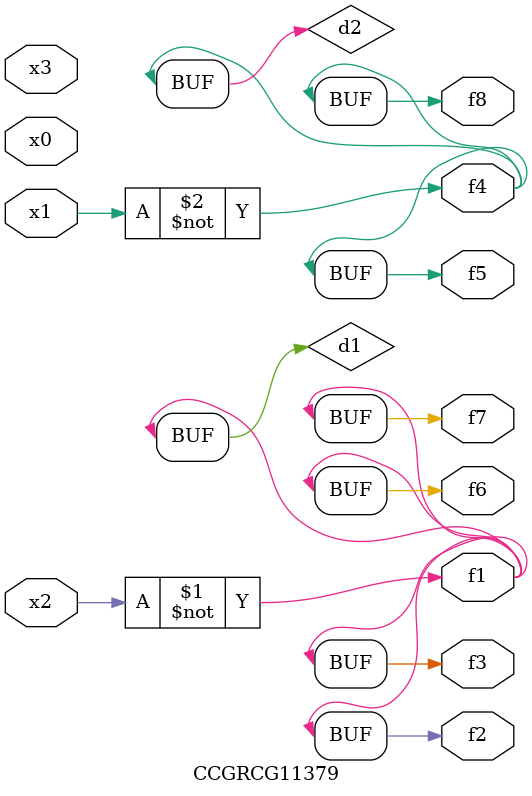
<source format=v>
module CCGRCG11379(
	input x0, x1, x2, x3,
	output f1, f2, f3, f4, f5, f6, f7, f8
);

	wire d1, d2;

	xnor (d1, x2);
	not (d2, x1);
	assign f1 = d1;
	assign f2 = d1;
	assign f3 = d1;
	assign f4 = d2;
	assign f5 = d2;
	assign f6 = d1;
	assign f7 = d1;
	assign f8 = d2;
endmodule

</source>
